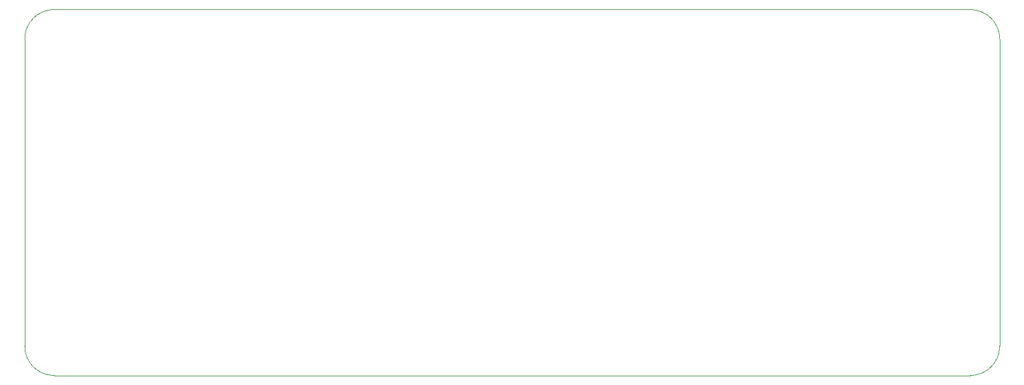
<source format=gbr>
G04 #@! TF.GenerationSoftware,KiCad,Pcbnew,(6.99.0-2815-gbbc0c61ccb)*
G04 #@! TF.CreationDate,2022-10-20T01:02:43+07:00*
G04 #@! TF.ProjectId,Input_Switch_8X,496e7075-745f-4537-9769-7463685f3858,rev?*
G04 #@! TF.SameCoordinates,Original*
G04 #@! TF.FileFunction,Profile,NP*
%FSLAX46Y46*%
G04 Gerber Fmt 4.6, Leading zero omitted, Abs format (unit mm)*
G04 Created by KiCad (PCBNEW (6.99.0-2815-gbbc0c61ccb)) date 2022-10-20 01:02:43*
%MOMM*%
%LPD*%
G01*
G04 APERTURE LIST*
G04 #@! TA.AperFunction,Profile*
%ADD10C,0.100000*%
G04 #@! TD*
G04 APERTURE END LIST*
D10*
X77000000Y-43900000D02*
G75*
G03*
X73000000Y-47900000I0J-4000000D01*
G01*
X77000000Y-93871573D02*
X202000000Y-93871573D01*
X73000000Y-47900000D02*
X73000000Y-89871573D01*
X73000027Y-89871573D02*
G75*
G03*
X77000000Y-93871573I3999973J-27D01*
G01*
X206000000Y-47900000D02*
G75*
G03*
X202000000Y-43900000I-4000000J0D01*
G01*
X202000000Y-93871600D02*
G75*
G03*
X206000000Y-89871573I0J4000000D01*
G01*
X202000000Y-43900000D02*
X77000000Y-43900000D01*
X206000000Y-89871573D02*
X206000000Y-47900000D01*
M02*

</source>
